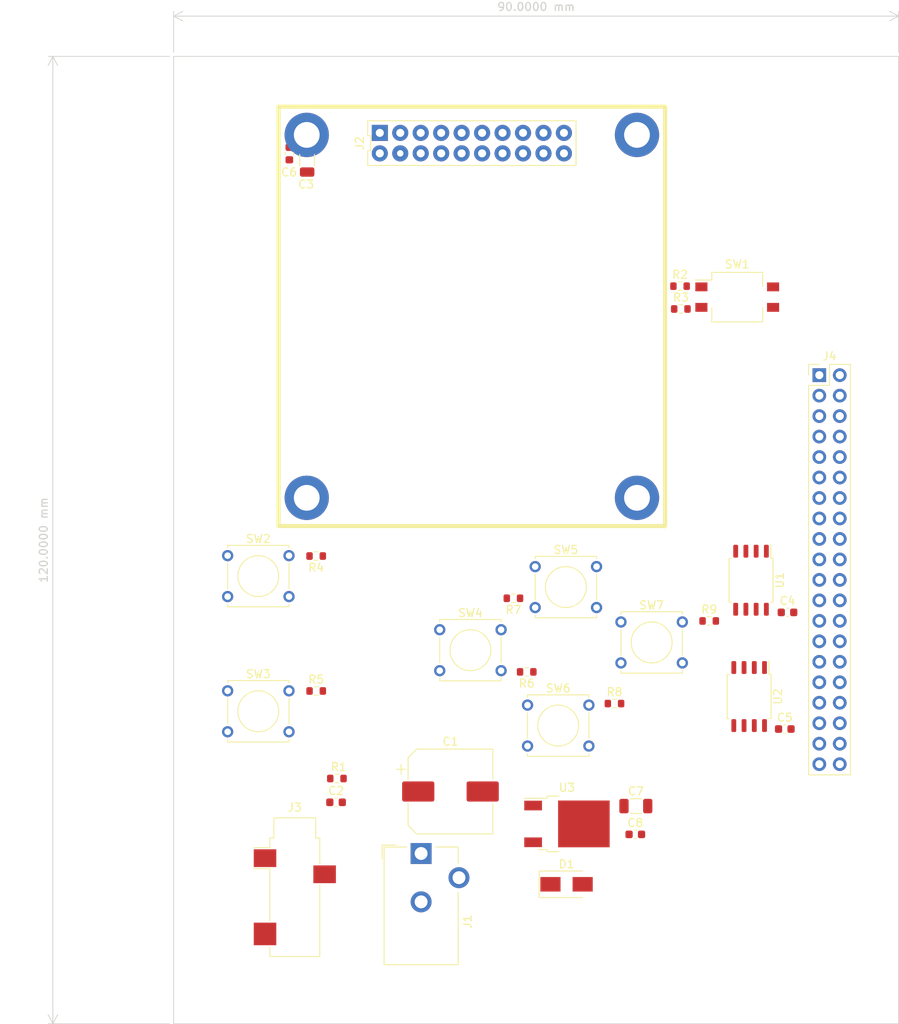
<source format=kicad_pcb>
(kicad_pcb (version 20211014) (generator pcbnew)
  (layers (0 "F.Cu" signal) (31 "B.Cu" signal) (34 "B.Paste" user) (35 "F.Paste" user) (36 "B.SilkS" user "B.Silkscreen") (37 "F.SilkS" user "F.Silkscreen") (38 "B.Mask" user) (39 "F.Mask" user) (44 "Edge.Cuts" user))
  (net 0 "")
  (net 1 "Net-(C1-Pad1)")
  (net 2 "GND")
  (net 3 "Net-(C2-Pad1)")
  (net 4 "+3V3")
  (net 6 "/D{slash}C#")
  (net 7 "/R{slash}W#")
  (net 8 "/E")
  (net 9 "/DB0")
  (net 10 "/DB1")
  (net 11 "/DB2")
  (net 12 "/DB3")
  (net 13 "/DB4")
  (net 14 "/DB5")
  (net 15 "/DB6")
  (net 16 "/DB7")
  (net 17 "/RES#")
  (net 18 "/CS#")
  (net 19 "/BS1")
  (net 20 "/BS2")
  (net 21 "/PWM")
  (net 22 "/PSRAM_CSb")
  (net 23 "/PSRAM_CLK")
  (net 24 "/PSRAM_D0")
  (net 25 "/PSRAM_D1")
  (net 26 "/PSRAM_D2")
  (net 27 "/PSRAM_D3")
  (net 28 "/A_BUTTON")
  (net 29 "/B_BUTTON")
  (net 30 "/LEFT_BUTTON")
  (net 31 "/DOWN_BUTTON")
  (net 32 "/UP_BUTTON")
  (net 33 "/RIGHT_BUTTON")
  (net 34 "/FLASH_CSb")
  (net 35 "/FLASH_CLK")
  (net 36 "/FLASH_D0")
  (net 37 "/FLASH_D1")
  (net 38 "/FLASH_D2")
  (net 39 "/FLASH_D3")
  (footprint "Package_SO:SOIC-8_5.23x5.23mm_P1.27mm" (layer "F.Cu") (at 176.445 109.41 -90)
    (fp_text reference "U2" (at 0 -3.56 90) (layer "F.SilkS"))
    (fp_text value "W25Q32JVSS")
    (fp_line (start 2.725 2.725) (end 2.725 2.465) (layer "F.SilkS") (width 0.12))
    (fp_line (start 2.725 -2.725) (end 2.725 -2.465) (layer "F.SilkS") (width 0.12))
    (fp_line (start 0 2.725) (end -2.725 2.725) (layer "F.SilkS") (width 0.12))
    (fp_line (start -2.725 -2.725) (end -2.725 -2.465) (layer "F.SilkS") (width 0.12))
    (fp_line (start 0 -2.725) (end 2.725 -2.725) (layer "F.SilkS") (width 0.12))
    (fp_line (start -2.725 2.725) (end -2.725 2.465) (layer "F.SilkS") (width 0.12))
    (fp_line (start -2.725 -2.465) (end -4.4 -2.465) (layer "F.SilkS") (width 0.12))
    (fp_line (start 0 -2.725) (end -2.725 -2.725) (layer "F.SilkS") (width 0.12))
    (fp_line (start 0 2.725) (end 2.725 2.725) (layer "F.SilkS") (width 0.12))
    (pad "1" smd roundrect (at -3.6 -1.905 270) (size 1.6 0.6) (layers "F.Cu" "F.Paste" "F.Mask") (net 34 "/FLASH_CSb"))
    (pad "2" smd roundrect (at -3.6 -0.635 270) (size 1.6 0.6) (layers "F.Cu" "F.Paste" "F.Mask") (net 37 "/FLASH_D1"))
    (pad "3" smd roundrect (at -3.6 0.635 270) (size 1.6 0.6) (layers "F.Cu" "F.Paste" "F.Mask") (net 38 "/FLASH_D2"))
    (pad "4" smd roundrect (at -3.6 1.905 270) (size 1.6 0.6) (layers "F.Cu" "F.Paste" "F.Mask") (net 2 "GND"))
    (pad "5" smd roundrect (at 3.6 1.905 270) (size 1.6 0.6) (layers "F.Cu" "F.Paste" "F.Mask") (net 36 "/FLASH_D0"))
    (pad "6" smd roundrect (at 3.6 0.635 270) (size 1.6 0.6) (layers "F.Cu" "F.Paste" "F.Mask") (net 35 "/FLASH_CLK"))
    (pad "7" smd roundrect (at 3.6 -0.635 270) (size 1.6 0.6) (layers "F.Cu" "F.Paste" "F.Mask") (net 39 "/FLASH_D3"))
    (pad "8" smd roundrect (at 3.6 -1.905 270) (size 1.6 0.6) (layers "F.Cu" "F.Paste" "F.Mask") (net 4 "+3V3"))
  )
  (footprint "Button_Switch_THT:SW_Tactile_Straight_KSA0Axx1LFTR" (layer "F.Cu") (at 111.7 91.93)
    (fp_text reference "SW2" (at 3.81 -2.08) (layer "F.SilkS"))
    (fp_text value "SW_MEC_5E")
    (fp_line (start 7.62 0.97) (end 7.62 4.11) (layer "F.SilkS") (width 0.12))
    (fp_line (start 0 -1.27) (end 0 -0.97) (layer "F.SilkS") (width 0.12))
    (fp_line (start 0 -1.27) (end 7.62 -1.27) (layer "F.SilkS") (width 0.12))
    (fp_line (start 7.62 6.05) (end 7.62 6.35) (layer "F.SilkS") (width 0.12))
    (fp_line (start 0 0.97) (end 0 4.11) (layer "F.SilkS") (width 0.12))
    (fp_line (start 7.62 -1.27) (end 7.62 -0.97) (layer "F.SilkS") (width 0.12))
    (fp_line (start 7.62 6.35) (end 0 6.35) (layer "F.SilkS") (width 0.12))
    (fp_line (start 0 6.05) (end 0 6.35) (layer "F.SilkS") (width 0.12))
    (fp_circle (center 3.81 2.54) (end 3.81 0) (layer "F.SilkS") (width 0.12) (fill none))
    (pad "1" thru_hole circle (at 0 0) (size 1.397 1.397) (drill 0.8128) (layers *.Cu *.Mask) (net 28 "/A_BUTTON"))
    (pad "1" thru_hole circle (at 7.62 0) (size 1.397 1.397) (drill 0.8128) (layers *.Cu *.Mask) (net 28 "/A_BUTTON"))
    (pad "2" thru_hole circle (at 7.62 5.08) (size 1.397 1.397) (drill 0.8128) (layers *.Cu *.Mask) (net 28 "/A_BUTTON"))
    (pad "2" thru_hole circle (at 0 5.08) (size 1.397 1.397) (drill 0.8128) (layers *.Cu *.Mask) (net 28 "/A_BUTTON"))
  )
  (footprint "Resistor_SMD:R_0603_1608Metric" (layer "F.Cu") (at 167.965 61.33)
    (fp_text reference "R3" (at 0 -1.43) (layer "F.SilkS"))
    (fp_text value "5k6")
    (fp_line (start -0.237258 0.5225) (end 0.237258 0.5225) (layer "F.SilkS") (width 0.12))
    (fp_line (start -0.237258 -0.5225) (end 0.237258 -0.5225) (layer "F.SilkS") (width 0.12))
    (pad "1" smd roundrect (at -0.825 0) (size 0.8 0.95) (layers "F.Cu" "F.Paste" "F.Mask") (net 2 "GND"))
    (pad "2" smd roundrect (at 0.825 0) (size 0.8 0.95) (layers "F.Cu" "F.Paste" "F.Mask") (net 20 "/BS2"))
  )
  (footprint "Diode_SMD:D_SMA" (layer "F.Cu") (at 153.775 132.7)
    (fp_text reference "D1" (at 0 -2.5) (layer "F.SilkS"))
    (fp_text value "FR1G")
    (fp_line (start -3.4 -1.65) (end -3.4 1.65) (layer "F.SilkS") (width 0.12))
    (fp_line (start -3.4 1.65) (end 2 1.65) (layer "F.SilkS") (width 0.12))
    (fp_line (start -3.4 -1.65) (end 2 -1.65) (layer "F.SilkS") (width 0.12))
    (pad "1" smd rect (at -2 0) (size 2.5 1.8) (layers "F.Cu" "F.Paste" "F.Mask") (net 1 "Net-(C1-Pad1)"))
    (pad "2" smd rect (at 2 0) (size 2.5 1.8) (layers "F.Cu" "F.Paste" "F.Mask") (net 4 "+3V3"))
  )
  (footprint "Button_Switch_SMD:SW_DIP_SPSTx02_Slide_Omron_A6S-210x_W8.9mm_P2.54mm" (layer "F.Cu") (at 174.965 59.86)
    (fp_text reference "SW1" (at 0 -4.07) (layer "F.SilkS"))
    (fp_text value "SW_DIP_x02")
    (fp_line (start -3.16 3.071) (end 3.16 3.071) (layer "F.SilkS") (width 0.12))
    (fp_line (start 3.16 1.331) (end 3.16 3.071) (layer "F.SilkS") (width 0.12))
    (fp_line (start -3.16 -3.07) (end 3.16 -3.07) (layer "F.SilkS") (width 0.12))
    (fp_line (start -3.16 1.331) (end -3.16 3.071) (layer "F.SilkS") (width 0.12))
    (fp_line (start -5.2 -2.121) (end -3.16 -2.121) (layer "F.SilkS") (width 0.12))
    (fp_line (start 3.16 -3.07) (end 3.16 -1.331) (layer "F.SilkS") (width 0.12))
    (fp_line (start -3.16 -3.07) (end -3.16 -2.121) (layer "F.SilkS") (width 0.12))
    (pad "1" smd rect (at -4.45 -1.27) (size 1.5 1.1) (layers "F.Cu" "F.Paste" "F.Mask") (net 19 "/BS1"))
    (pad "2" smd rect (at -4.45 1.27) (size 1.5 1.1) (layers "F.Cu" "F.Paste" "F.Mask") (net 20 "/BS2"))
    (pad "3" smd rect (at 4.45 1.27) (size 1.5 1.1) (layers "F.Cu" "F.Paste" "F.Mask") (net 4 "+3V3"))
    (pad "4" smd rect (at 4.45 -1.27) (size 1.5 1.1) (layers "F.Cu" "F.Paste" "F.Mask") (net 4 "+3V3"))
  )
  (footprint "Connector_Audio:Jack_3.5mm_CUI_SJ-3523-SMT_Horizontal" (layer "F.Cu") (at 120.04 133.06)
    (fp_text reference "J3" (at 0 -9.9) (layer "F.SilkS"))
    (fp_text value "AudioJack3_Ground")
    (fp_line (start 3.1 8.6) (end -3.1 8.6) (layer "F.SilkS") (width 0.12))
    (fp_line (start -3.1 -2.3) (end -5.1 -2.3) (layer "F.SilkS") (width 0.12))
    (fp_line (start -3.1 -6.1) (end -2.6 -6.1) (layer "F.SilkS") (width 0.12))
    (fp_line (start -3.1 -4.9) (end -3.1 -6.1) (layer "F.SilkS") (width 0.12))
    (fp_line (start -2.6 -6.1) (end -2.6 -8.6) (layer "F.SilkS") (width 0.12))
    (fp_line (start 2.6 -6.1) (end 3.1 -6.1) (layer "F.SilkS") (width 0.12))
    (fp_line (start 3.1 -0.3) (end 3.1 8.6) (layer "F.SilkS") (width 0.12))
    (fp_line (start 2.6 -8.6) (end 2.6 -6.1) (layer "F.SilkS") (width 0.12))
    (fp_line (start -3.1 8.6) (end -3.1 7.4) (layer "F.SilkS") (width 0.12))
    (fp_line (start 3.1 -6.1) (end 3.1 -2.9) (layer "F.SilkS") (width 0.12))
    (fp_line (start -3.1 4.2) (end -3.1 -2.3) (layer "F.SilkS") (width 0.12))
    (fp_line (start -3.1 -4.9) (end -5.1 -4.9) (layer "F.SilkS") (width 0.12))
    (fp_line (start -2.6 -8.6) (end 2.6 -8.6) (layer "F.SilkS") (width 0.12))
    (pad "" np_thru_hole circle (at 0 4.5) (size 1.7 1.7) (drill 1.7) (layers *.Cu *.Mask))
    (pad "" np_thru_hole circle (at 0 -2.5) (size 1.7 1.7) (drill 1.7) (layers *.Cu *.Mask))
    (pad "R" smd rect (at 3.7 -1.6) (size 2.8 2.2) (layers "F.Cu" "F.Paste" "F.Mask") (net 3 "Net-(C2-Pad1)"))
    (pad "S" smd rect (at -3.7 -3.6) (size 2.8 2.2) (layers "F.Cu" "F.Paste" "F.Mask") (net 2 "GND"))
    (pad "T" smd rect (at -3.7 5.8) (size 2.8 2.8) (layers "F.Cu" "F.Paste" "F.Mask") (net 3 "Net-(C2-Pad1)"))
  )
  (footprint "Resistor_SMD:R_0603_1608Metric" (layer "F.Cu") (at 122.695 108.72)
    (fp_text reference "R5" (at 0 -1.43) (layer "F.SilkS"))
    (fp_text value "5k6")
    (fp_line (start -0.237258 0.5225) (end 0.237258 0.5225) (layer "F.SilkS") (width 0.12))
    (fp_line (start -0.237258 -0.5225) (end 0.237258 -0.5225) (layer "F.SilkS") (width 0.12))
    (pad "1" smd roundrect (at -0.825 0) (size 0.8 0.95) (layers "F.Cu" "F.Paste" "F.Mask") (net 2 "GND"))
    (pad "2" smd roundrect (at 0.825 0) (size 0.8 0.95) (layers "F.Cu" "F.Paste" "F.Mask") (net 29 "/B_BUTTON"))
  )
  (footprint "Resistor_SMD:R_0603_1608Metric" (layer "F.Cu") (at 159.725 110.28)
    (fp_text reference "R8" (at 0 -1.43) (layer "F.SilkS"))
    (fp_text value "5k6")
    (fp_line (start -0.237258 -0.5225) (end 0.237258 -0.5225) (layer "F.SilkS") (width 0.12))
    (fp_line (start -0.237258 0.5225) (end 0.237258 0.5225) (layer "F.SilkS") (width 0.12))
    (pad "1" smd roundrect (at -0.825 0) (size 0.8 0.95) (layers "F.Cu" "F.Paste" "F.Mask") (net 31 "/DOWN_BUTTON"))
    (pad "2" smd roundrect (at 0.825 0) (size 0.8 0.95) (layers "F.Cu" "F.Paste" "F.Mask") (net 2 "GND"))
  )
  (footprint "Capacitor_SMD:C_0603_1608Metric" (layer "F.Cu") (at 162.31 126.51)
    (fp_text reference "C8" (at 0 -1.43) (layer "F.SilkS"))
    (fp_text value "100nF")
    (fp_line (start -0.14058 -0.51) (end 0.14058 -0.51) (layer "F.SilkS") (width 0.12))
    (fp_line (start -0.14058 0.51) (end 0.14058 0.51) (layer "F.SilkS") (width 0.12))
    (pad "1" smd roundrect (at -0.775 0) (size 0.9 0.95) (layers "F.Cu" "F.Paste" "F.Mask") (net 4 "+3V3"))
    (pad "2" smd roundrect (at 0.775 0) (size 0.9 0.95) (layers "F.Cu" "F.Paste" "F.Mask") (net 2 "GND"))
  )
  (footprint "Button_Switch_THT:SW_Tactile_Straight_KSA0Axx1LFTR" (layer "F.Cu") (at 111.7 108.7)
    (fp_text reference "SW3" (at 3.81 -2.08) (layer "F.SilkS"))
    (fp_text value "SW_MEC_5E")
    (fp_line (start 0 0.97) (end 0 4.11) (layer "F.SilkS") (width 0.12))
    (fp_line (start 0 -1.27) (end 7.62 -1.27) (layer "F.SilkS") (width 0.12))
    (fp_line (start 7.62 6.35) (end 0 6.35) (layer "F.SilkS") (width 0.12))
    (fp_line (start 0 -1.27) (end 0 -0.97) (layer "F.SilkS") (width 0.12))
    (fp_line (start 0 6.05) (end 0 6.35) (layer "F.SilkS") (width 0.12))
    (fp_line (start 7.62 6.05) (end 7.62 6.35) (layer "F.SilkS") (width 0.12))
    (fp_line (start 7.62 -1.27) (end 7.62 -0.97) (layer "F.SilkS") (width 0.12))
    (fp_line (start 7.62 0.97) (end 7.62 4.11) (layer "F.SilkS") (width 0.12))
    (fp_circle (center 3.81 2.54) (end 3.81 0) (layer "F.SilkS") (width 0.12) (fill none))
    (pad "1" thru_hole circle (at 0 0) (size 1.397 1.397) (drill 0.8128) (layers *.Cu *.Mask) (net 29 "/B_BUTTON"))
    (pad "1" thru_hole circle (at 7.62 0) (size 1.397 1.397) (drill 0.8128) (layers *.Cu *.Mask) (net 29 "/B_BUTTON"))
    (pad "2" thru_hole circle (at 7.62 5.08) (size 1.397 1.397) (drill 0.8128) (layers *.Cu *.Mask) (net 29 "/B_BUTTON"))
    (pad "2" thru_hole circle (at 0 5.08) (size 1.397 1.397) (drill 0.8128) (layers *.Cu *.Mask) (net 29 "/B_BUTTON"))
  )
  (footprint "Resistor_SMD:R_0603_1608Metric" (layer "F.Cu") (at 125.265 119.58 180)
    (fp_text reference "R1" (at -0.22 1.44) (layer "F.SilkS"))
    (fp_text value "5k6")
    (fp_line (start -0.237258 0.5225) (end 0.237258 0.5225) (layer "F.SilkS") (width 0.12))
    (fp_line (start -0.237258 -0.5225) (end 0.237258 -0.5225) (layer "F.SilkS") (width 0.12))
    (pad "1" smd roundrect (at -0.825 0 180) (size 0.8 0.95) (layers "F.Cu" "F.Paste" "F.Mask") (net 21 "/PWM"))
    (pad "2" smd roundrect (at 0.825 0 180) (size 0.8 0.95) (layers "F.Cu" "F.Paste" "F.Mask") (net 3 "Net-(C2-Pad1)"))
  )
  (footprint "Connector_BarrelJack:BarrelJack_CUI_PJ-102AH_Horizontal" (layer "F.Cu") (at 135.72 128.88)
    (fp_text reference "J1" (at 5.75 8.45 90) (layer "F.SilkS"))
    (fp_text value "Barrel_Jack")
    (fp_line (start 4.6 4.8) (end 4.6 13.8) (layer "F.SilkS") (width 0.12))
    (fp_line (start -4.84 -1.04) (end -3.1 -1.04) (layer "F.SilkS") (width 0.12))
    (fp_line (start 4.6 13.8) (end -4.6 13.8) (layer "F.SilkS") (width 0.12))
    (fp_line (start -4.6 -0.8) (end -1.8 -0.8) (layer "F.SilkS") (width 0.12))
    (fp_line (start -4.6 13.8) (end -4.6 -0.8) (layer "F.SilkS") (width 0.12))
    (fp_line (start 1.8 -0.8) (end 4.6 -0.8) (layer "F.SilkS") (width 0.12))
    (fp_line (start -4.84 0.7) (end -4.84 -1.04) (layer "F.SilkS") (width 0.12))
    (fp_line (start 4.6 -0.8) (end 4.6 1.2) (layer "F.SilkS") (width 0.12))
    (pad "1" thru_hole rect (at 0 0) (size 2.6 2.6) (drill 1.6) (layers *.Cu *.Mask) (net 1 "Net-(C1-Pad1)"))
    (pad "2" thru_hole circle (at 0 6) (size 2.6 2.6) (drill 1.6) (layers *.Cu *.Mask) (net 2 "GND"))
    (pad "3" thru_hole circle (at 4.7 3) (size 2.6 2.6) (drill 1.6) (layers *.Cu *.Mask))
  )
  (footprint "Capacitor_SMD:C_0603_1608Metric" (layer "F.Cu") (at 181.205 98.97)
    (fp_text reference "C4" (at 0 -1.43) (layer "F.SilkS"))
    (fp_text value "100nF")
    (fp_line (start -0.14058 -0.51) (end 0.14058 -0.51) (layer "F.SilkS") (width 0.12))
    (fp_line (start -0.14058 0.51) (end 0.14058 0.51) (layer "F.SilkS") (width 0.12))
    (pad "1" smd roundrect (at -0.775 0) (size 0.9 0.95) (layers "F.Cu" "F.Paste" "F.Mask") (net 4 "+3V3"))
    (pad "2" smd roundrect (at 0.775 0) (size 0.9 0.95) (layers "F.Cu" "F.Paste" "F.Mask") (net 2 "GND"))
  )
  (footprint "Resistor_SMD:R_0603_1608Metric" (layer "F.Cu") (at 148.83 106.35 180)
    (fp_text reference "R6" (at 0 -1.43) (layer "F.SilkS"))
    (fp_text value "5k6")
    (fp_line (start -0.237258 -0.5225) (end 0.237258 -0.5225) (layer "F.SilkS") (width 0.12))
    (fp_line (start -0.237258 0.5225) (end 0.237258 0.5225) (layer "F.SilkS") (width 0.12))
    (pad "1" smd roundrect (at -0.825 0 180) (size 0.8 0.95) (layers "F.Cu" "F.Paste" "F.Mask") (net 2 "GND"))
    (pad "2" smd roundrect (at 0.825 0 180) (size 0.8 0.95) (layers "F.Cu" "F.Paste" "F.Mask") (net 30 "/LEFT_BUTTON"))
  )
  (footprint "Resistor_SMD:R_0603_1608Metric" (layer "F.Cu") (at 171.485 100.03)
    (fp_text reference "R9" (at 0 -1.43) (layer "F.SilkS"))
    (fp_text value "5k6")
    (fp_line (start -0.237258 0.5225) (end 0.237258 0.5225) (layer "F.SilkS") (width 0.12))
    (fp_line (start -0.237258 -0.5225) (end 0.237258 -0.5225) (layer "F.SilkS") (width 0.12))
    (pad "1" smd roundrect (at -0.825 0) (size 0.8 0.95) (layers "F.Cu" "F.Paste" "F.Mask") (net 2 "GND"))
    (pad "2" smd roundrect (at 0.825 0) (size 0.8 0.95) (layers "F.Cu" "F.Paste" "F.Mask") (net 33 "/RIGHT_BUTTON"))
  )
  (footprint "Capacitor_SMD:C_0603_1608Metric" (layer "F.Cu") (at 180.87 113.44)
    (fp_text reference "C5" (at 0 -1.43) (layer "F.SilkS"))
    (fp_text value "100nF")
    (fp_line (start -0.14058 0.51) (end 0.14058 0.51) (layer "F.SilkS") (width 0.12))
    (fp_line (start -0.14058 -0.51) (end 0.14058 -0.51) (layer "F.SilkS") (width 0.12))
    (pad "1" smd roundrect (at -0.775 0) (size 0.9 0.95) (layers "F.Cu" "F.Paste" "F.Mask") (net 4 "+3V3"))
    (pad "2" smd roundrect (at 0.775 0) (size 0.9 0.95) (layers "F.Cu" "F.Paste" "F.Mask") (net 2 "GND"))
  )
  (footprint "Connector_PinHeader_2.54mm:PinHeader_2x20_P2.54mm_Vertical" (layer "F.Cu") (at 185.155 69.54)
    (fp_text reference "J4" (at 1.27 -2.33) (layer "F.SilkS"))
    (fp_text value "Conn_02x20_Odd_Even")
    (fp_line (start 1.27 1.27) (end 1.27 -1.33) (layer "F.SilkS") (width 0.12))
    (fp_line (start 1.27 -1.33) (end 3.87 -1.33) (layer "F.SilkS") (width 0.12))
    (fp_line (start 3.87 -1.33) (end 3.87 49.59) (layer "F.SilkS") (width 0.12))
    (fp_line (start -1.33 -1.33) (end 0 -1.33) (layer "F.SilkS") (width 0.12))
    (fp_line (start -1.33 1.27) (end 1.27 1.27) (layer "F.SilkS") (width 0.12))
    (fp_line (start -1.33 1.27) (end -1.33 49.59) (layer "F.SilkS") (width 0.12))
    (fp_line (start -1.33 0) (end -1.33 -1.33) (layer "F.SilkS") (width 0.12))
    (fp_line (start -1.33 49.59) (end 3.87 49.59) (layer "F.SilkS") (width 0.12))
    (pad "1" thru_hole rect (at 0 0) (size 1.7 1.7) (drill 1) (layers *.Cu *.Mask) (net 2 "GND"))
    (pad "2" thru_hole oval (at 2.54 0) (size 1.7 1.7) (drill 1) (layers *.Cu *.Mask) (net 2 "GND"))
    (pad "3" thru_hole oval (at 0 2.54) (size 1.7 1.7) (drill 1) (layers *.Cu *.Mask) (net 6 "/D{slash}C#"))
    (pad "4" thru_hole oval (at 2.54 2.54) (size 1.7 1.7) (drill 1) (layers *.Cu *.Mask) (net 7 "/R{slash}W#"))
    (pad "5" thru_hole oval (at 0 5.08) (size 1.7 1.7) (drill 1) (layers *.Cu *.Mask) (net 8 "/E"))
    (pad "6" thru_hole oval (at 2.54 5.08) (size 1.7 1.7) (drill 1) (layers *.Cu *.Mask) (net 21 "/PWM"))
    (pad "7" thru_hole oval (at 0 7.62) (size 1.7 1.7) (drill 1) (layers *.Cu *.Mask) (net 9 "/DB0"))
    (pad "8" thru_hole oval (at 2.54 7.62) (size 1.7 1.7) (drill 1) (layers *.Cu *.Mask) (net 10 "/DB1"))
    (pad "9" thru_hole oval (at 0 10.16) (size 1.7 1.7) (drill 1) (layers *.Cu *.Mask) (net 11 "/DB2"))
    (pad "10" thru_hole oval (at 2.54 10.16) (size 1.7 1.7) (drill 1) (layers *.Cu *.Mask) (net 12 "/DB3"))
    (pad "11" thru_hole oval (at 0 12.7) (size 1.7 1.7) (drill 1) (layers *.Cu *.Mask) (net 13 "/DB4"))
    (pad "12" thru_hole oval (at 2.54 12.7) (size 1.7 1.7) (drill 1) (layers *.Cu *.Mask) (net 14 "/DB5"))
    (pad "13" thru_hole oval (at 0 15.24) (size 1.7 1.7) (drill 1) (layers *.Cu *.Mask) (net 15 "/DB6"))
    (pad "14" thru_hole oval (at 2.54 15.24) (size 1.7 1.7) (drill 1) (layers *.Cu *.Mask) (net 16 "/DB7"))
    (pad "15" thru_hole oval (at 0 17.78) (size 1.7 1.7) (drill 1) (layers *.Cu *.Mask) (net 17 "/RES#"))
    (pad "16" thru_hole oval (at 2.54 17.78) (size 1.7 1.7) (drill 1) (layers *.Cu *.Mask) (net 18 "/CS#"))
    (pad "17" thru_hole oval (at 0 20.32) (size 1.7 1.7) (drill 1) (layers *.Cu *.Mask) (net 19 "/BS1"))
    (pad "18" thru_hole oval (at 2.54 20.32) (size 1.7 1.7) (drill 1) (layers *.Cu *.Mask) (net 20 "/BS2"))
    (pad "19" thru_hole oval (at 0 22.86) (size 1.7 1.7) (drill 1) (layers *.Cu *.Mask) (net 22 "/PSRAM_CSb"))
    (pad "20" thru_hole oval (at 2.54 22.86) (size 1.7 1.7) (drill 1) (layers *.Cu *.Mask) (net 23 "/PSRAM_CLK"))
    (pad "21" thru_hole oval (at 0 25.4) (size 1.7 1.7) (drill 1) (layers *.Cu *.Mask) (net 24 "/PSRAM_D0"))
    (pad "22" thru_hole oval (at 2.54 25.4) (size 1.7 1.7) (drill 1) (layers *.Cu *.Mask) (net 25 "/PSRAM_D1"))
    (pad "23" thru_hole oval (at 0 27.94) (size 1.7 1.7) (drill 1) (layers *.Cu *.Mask) (net 26 "/PSRAM_D2"))
    (pad "24" thru_hole oval (at 2.54 27.94) (size 1.7 1.7) (drill 1) (layers *.Cu *.Mask) (net 27 "/PSRAM_D3"))
    (pad "25" thru_hole oval (at 0 30.48) (size 1.7 1.7) (drill 1) (layers *.Cu *.Mask) (net 28 "/A_BUTTON"))
    (pad "26" thru_hole oval (at 2.54 30.48) (size 1.7 1.7) (drill 1) (layers *.Cu *.Mask) (net 29 "/B_BUTTON"))
    (pad "27" thru_hole oval (at 0 33.02) (size 1.7 1.7) (drill 1) (layers *.Cu *.Mask) (net 30 "/LEFT_BUTTON"))
    (pad "28" thru_hole oval (at 2.54 33.02) (size 1.7 1.7) (drill 1) (layers *.Cu *.Mask) (net 31 "/DOWN_BUTTON"))
    (pad "29" thru_hole oval (at 0 35.56) (size 1.7 1.7) (drill 1) (layers *.Cu *.Mask) (net 32 "/UP_BUTTON"))
    (pad "30" thru_hole oval (at 2.54 35.56) (size 1.7 1.7) (drill 1) (layers *.Cu *.Mask) (net 33 "/RIGHT_BUTTON"))
    (pad "31" thru_hole oval (at 0 38.1) (size 1.7 1.7) (drill 1) (layers *.Cu *.Mask) (net 34 "/FLASH_CSb"))
    (pad "32" thru_hole oval (at 2.54 38.1) (size 1.7 1.7) (drill 1) (layers *.Cu *.Mask) (net 35 "/FLASH_CLK"))
    (pad "33" thru_hole oval (at 0 40.64) (size 1.7 1.7) (drill 1) (layers *.Cu *.Mask) (net 36 "/FLASH_D0"))
    (pad "34" thru_hole oval (at 2.54 40.64) (size 1.7 1.7) (drill 1) (layers *.Cu *.Mask) (net 37 "/FLASH_D1"))
    (pad "35" thru_hole oval (at 0 43.18) (size 1.7 1.7) (drill 1) (layers *.Cu *.Mask) (net 38 "/FLASH_D2"))
    (pad "36" thru_hole oval (at 2.54 43.18) (size 1.7 1.7) (drill 1) (layers *.Cu *.Mask) (net 39 "/FLASH_D3"))
    (pad "37" thru_hole oval (at 0 45.72) (size 1.7 1.7) (drill 1) (layers *.Cu *.Mask) (net 2 "GND"))
    (pad "38" thru_hole oval (at 2.54 45.72) (size 1.7 1.7) (drill 1) (layers *.Cu *.Mask) (net 2 "GND"))
    (pad "39" thru_hole oval (at 0 48.26) (size 1.7 1.7) (drill 1) (layers *.Cu *.Mask) (net 2 "GND"))
    (pad "40" thru_hole oval (at 2.54 48.26) (size 1.7 1.7) (drill 1) (layers *.Cu *.Mask) (net 2 "GND"))
  )
  (footprint "Resistor_SMD:R_0603_1608Metric" (layer "F.Cu") (at 167.865 58.5)
    (fp_text reference "R2" (at 0 -1.43) (layer "F.SilkS"))
    (fp_text value "5k6")
    (fp_line (start -0.237258 0.5225) (end 0.237258 0.5225) (layer "F.SilkS") (width 0.12))
    (fp_line (start -0.237258 -0.5225) (end 0.237258 -0.5225) (layer "F.SilkS") (width 0.12))
    (pad "1" smd roundrect (at -0.825 0) (size 0.8 0.95) (layers "F.Cu" "F.Paste" "F.Mask") (net 2 "GND"))
    (pad "2" smd roundrect (at 0.825 0) (size 0.8 0.95) (layers "F.Cu" "F.Paste" "F.Mask") (net 19 "/BS1"))
  )
  (footprint "Capacitor_SMD:C_1206_3216Metric" (layer "F.Cu") (at 162.38 123)
    (fp_text reference "C7" (at 0 -1.85) (layer "F.SilkS"))
    (fp_text value "10uF")
    (fp_line (start -0.711252 -0.91) (end 0.711252 -0.91) (layer "F.SilkS") (width 0.12))
    (fp_line (start -0.711252 0.91) (end 0.711252 0.91) (layer "F.SilkS") (width 0.12))
    (pad "1" smd roundrect (at -1.475 0) (size 1.15 1.8) (layers "F.Cu" "F.Paste" "F.Mask") (roundrect_rratio 0.217391) (net 4 "+3V3"))
    (pad "2" smd roundrect (at 1.475 0) (size 1.15 1.8) (layers "F.Cu" "F.Paste" "F.Mask") (roundrect_rratio 0.217391) (net 2 "GND"))
  )
  (footprint "Resistor_SMD:R_0603_1608Metric" (layer "F.Cu") (at 122.69 91.98 180)
    (fp_text reference "R4" (at 0 -1.43) (layer "F.SilkS"))
    (fp_text value "5k6")
    (fp_line (start -0.237258 -0.5225) (end 0.237258 -0.5225) (layer "F.SilkS") (width 0.12))
    (fp_line (start -0.237258 0.5225) (end 0.237258 0.5225) (layer "F.SilkS") (width 0.12))
    (pad "1" smd roundrect (at -0.825 0 180) (size 0.8 0.95) (layers "F.Cu" "F.Paste" "F.Mask") (net 2 "GND"))
    (pad "2" smd roundrect (at 0.825 0 180) (size 0.8 0.95) (layers "F.Cu" "F.Paste" "F.Mask") (net 28 "/A_BUTTON"))
  )
  (footprint "Package_TO_SOT_SMD:TO-252-2" (layer "F.Cu") (at 153.825 125.21)
    (fp_text reference "U3" (at 0 -4.5) (layer "F.SilkS"))
    (fp_text value "NCP1117-3.3_TO252")
    (fp_line (start -2.47 -3.18) (end -5.3 -3.18) (layer "F.SilkS") (width 0.12))
    (fp_line (start -0.97 3.45) (end -2.47 3.45) (layer "F.SilkS") (width 0.12))
    (fp_line (start -2.47 -3.45) (end -2.47 -3.18) (layer "F.SilkS") (width 0.12))
    (fp_line (start -0.97 -3.45) (end -2.47 -3.45) (layer "F.SilkS") (width 0.12))
    (fp_line (start -2.47 3.45) (end -2.47 3.18) (layer "F.SilkS") (width 0.12))
    (fp_line (start -2.47 3.18) (end -3.57 3.18) (layer "F.SilkS") (width 0.12))
    (pad "1" smd rect (at -4.2 -2.28) (size 2.2 1.2) (layers "F.Cu" "F.Paste" "F.Mask") (net 2 "GND"))
    (pad "2" smd rect (at 2.1 0) (size 6.4 5.8) (layers "F.Cu" "F.Mask") (net 4 "+3V3"))
    (pad "3" smd rect (at -4.2 2.28) (size 2.2 1.2) (layers "F.Cu" "F.Paste" "F.Mask") (net 1 "Net-(C1-Pad1)"))
  )
  (footprint "Package_SO:SOIC-8_5.23x5.23mm_P1.27mm" (layer "F.Cu") (at 176.675 94.98 -90)
    (fp_text reference "U1" (at 0 -3.56 90) (layer "F.SilkS"))
    (fp_text value "IS66WVS1M8BLL-104NLI")
    (fp_line (start 0 -2.725) (end 2.725 -2.725) (layer "F.SilkS") (width 0.12))
    (fp_line (start 2.725 -2.725) (end 2.725 -2.465) (layer "F.SilkS") (width 0.12))
    (fp_line (start -2.725 2.725) (end -2.725 2.465) (layer "F.SilkS") (width 0.12))
    (fp_line (start -2.725 -2.725) (end -2.725 -2.465) (layer "F.SilkS") (width 0.12))
    (fp_line (start 0 2.725) (end -2.725 2.725) (layer "F.SilkS") (width 0.12))
    (fp_line (start 0 2.725) (end 2.725 2.725) (layer "F.SilkS") (width 0.12))
    (fp_line (start 2.725 2.725) (end 2.725 2.465) (layer "F.SilkS") (width 0.12))
    (fp_line (start -2.725 -2.465) (end -4.4 -2.465) (layer "F.SilkS") (width 0.12))
    (fp_line (start 0 -2.725) (end -2.725 -2.725) (layer "F.SilkS") (width 0.12))
    (pad "1" smd roundrect (at -3.6 -1.905 270) (size 1.6 0.6) (layers "F.Cu" "F.Paste" "F.Mask") (net 22 "/PSRAM_CSb"))
    (pad "2" smd roundrect (at -3.6 -0.635 270) (size 1.6 0.6) (layers "F.Cu" "F.Paste" "F.Mask") (net 25 "/PSRAM_D1"))
    (pad "3" smd roundrect (at -3.6 0.635 270) (size 1.6 0.6) (layers "F.Cu" "F.Paste" "F.Mask") (net 26 "/PSRAM_D2"))
    (pad "4" smd roundrect (at -3.6 1.905 270) (size 1.6 0.6) (layers "F.Cu" "F.Paste" "F.Mask") (net 2 "GND"))
    (pad "5" smd roundrect (at 3.6 1.905 270) (size 1.6 0.6) (layers "F.Cu" "F.Paste" "F.Mask") (net 24 "/PSRAM_D0"))
    (pad "6" smd roundrect (at 3.6 0.635 270) (size 1.6 0.6) (layers "F.Cu" "F.Paste" "F.Mask") (net 23 "/PSRAM_CLK"))
    (pad "7" smd roundrect (at 3.6 -0.635 270) (size 1.6 0.6) (layers "F.Cu" "F.Paste" "F.Mask") (net 27 "/PSRAM_D3"))
    (pad "8" smd roundrect (at 3.6 -1.905 270) (size 1.6 0.6) (layers "F.Cu" "F.Paste" "F.Mask") (net 4 "+3V3"))
  )
  (footprint "Capacitor_SMD:CP_Elec_10x10" (layer "F.Cu") (at 139.3625 121.19)
    (fp_text reference "C1" (at 0 -6.2) (layer "F.SilkS"))
    (fp_text value "100uF")
    (fp_line (start -5.26 4.195563) (end -5.26 1.51) (layer "F.SilkS") (width 0.12))
    (fp_line (start -6.75 -2.76) (end -5.5 -2.76) (layer "F.SilkS") (width 0.12))
    (fp_line (start -5.26 -4.195563) (end -5.26 -1.51) (layer "F.SilkS") (width 0.12))
    (fp_line (start 5.26 -5.26) (end 5.26 -1.51) (layer "F.SilkS") (width 0.12))
    (fp_line (start -4.195563 5.26) (end 5.26 5.26) (layer "F.SilkS") (width 0.12))
    (fp_line (start 5.26 5.26) (end 5.26 1.51) (layer "F.SilkS") (width 0.12))
    (fp_line (start -6.125 -3.385) (end -6.125 -2.135) (layer "F.SilkS") (width 0.12))
    (fp_line (start -5.26 4.195563) (end -4.195563 5.26) (layer "F.SilkS") (width 0.12))
    (fp_line (start -4.195563 -5.26) (end 5.26 -5.26) (layer "F.SilkS") (width 0.12))
    (fp_line (start -5.26 -4.195563) (end -4.195563 -5.26) (layer "F.SilkS") (width 0.12))
    (pad "1" smd roundrect (at -4 0) (size 4 2.5) (layers "F.Cu" "F.Paste" "F.Mask") (roundrect_rratio 0.1) (net 1 "Net-(C1-Pad1)"))
    (pad "2" smd roundrect (at 4 0) (size 4 2.5) (layers "F.Cu" "F.Paste" "F.Mask") (roundrect_rratio 0.1) (net 2 "GND"))
  )
  (footprint "Resistor_SMD:R_0603_1608Metric" (layer "F.Cu") (at 147.18 97.22 180)
    (fp_text reference "R7" (at 0 -1.43) (layer "F.SilkS"))
    (fp_text value "5k6")
    (fp_line (start -0.237258 0.5225) (end 0.237258 0.5225) (layer "F.SilkS") (width 0.12))
    (fp_line (start -0.237258 -0.5225) (end 0.237258 -0.5225) (layer "F.SilkS") (width 0.12))
    (pad "1" smd roundrect (at -0.825 0 180) (size 0.8 0.95) (layers "F.Cu" "F.Paste" "F.Mask") (net 2 "GND"))
    (pad "2" smd roundrect (at 0.825 0 180) (size 0.8 0.95) (layers "F.Cu" "F.Paste" "F.Mask") (net 32 "/UP_BUTTON"))
  )
  (footprint "Capacitor_SMD:C_0603_1608Metric" (layer "F.Cu") (at 119.36 42.05 -90)
    (fp_text reference "C6" (at 2.32 0.03) (layer "F.SilkS"))
    (fp_text value "100nF")
    (fp_line (start -0.14058 -0.51) (end 0.14058 -0.51) (layer "F.SilkS") (width 0.12))
    (fp_line (start -0.14058 0.51) (end 0.14058 0.51) (layer "F.SilkS") (width 0.12))
    (pad "1" smd roundrect (at -0.775 0 270) (size 0.9 0.95) (layers "F.Cu" "F.Paste" "F.Mask") (net 4 "+3V3"))
    (pad "2" smd roundrect (at 0.775 0 270) (size 0.9 0.95) (layers "F.Cu" "F.Paste" "F.Mask") (net 2 "GND"))
  )
  (footprint "Button_Switch_THT:SW_Tactile_Straight_KSA0Axx1LFTR" (layer "F.Cu") (at 148.93 110.47)
    (fp_text reference "SW6" (at 3.81 -2.08) (layer "F.SilkS"))
    (fp_text value "SW_MEC_5E")
    (fp_line (start 0 -1.27) (end 0 -0.97) (layer "F.SilkS") (width 0.12))
    (fp_line (start 0 -1.27) (end 7.62 -1.27) (layer "F.SilkS") (width 0.12))
    (fp_line (start 7.62 6.35) (end 0 6.35) (layer "F.SilkS") (width 0.12))
    (fp_line (start 7.62 -1.27) (end 7.62 -0.97) (layer "F.SilkS") (width 0.12))
    (fp_line (start 0 6.05) (end 0 6.35) (layer "F.SilkS") (width 0.12))
    (fp_line (start 7.62 0.97) (end 7.62 4.11) (layer "F.SilkS") (width 0.12))
    (fp_line (start 7.62 6.05) (end 7.62 6.35) (layer "F.SilkS") (width 0.12))
    (fp_line (start 0 0.97) (end 0 4.11) (layer "F.SilkS") (width 0.12))
    (fp_circle (center 3.81 2.54) (end 3.81 0) (layer "F.SilkS") (width 0.12) (fill none))
    (pad "1" thru_hole circle (at 7.62 0) (size 1.397 1.397) (drill 0.8128) (layers *.Cu *.Mask) (net 31 "/DOWN_BUTTON"))
    (pad "1" thru_hole circle (at 0 0) (size 1.397 1.397) (drill 0.8128) (layers *.Cu *.Mask) (net 31 "/DOWN_BUTTON"))
    (pad "2" thru_hole circle (at 7.62 5.08) (size 1.397 1.397) (drill 0.8128) (layers *.Cu *.Mask) (net 31 "/DOWN_BUTTON"))
    (pad "2" thru_hole circle (at 0 5.08) (size 1.397 1.397) (drill 0.8128) (layers *.Cu *.Mask) (net 31 "/DOWN_BUTTON"))
  )
  (footprint "Button_Switch_THT:SW_Tactile_Straight_KSA0Axx1LFTR" (layer "F.Cu") (at 149.88 93.29)
    (fp_text reference "SW5" (at 3.81 -2.08) (layer "F.SilkS"))
    (fp_text value "SW_MEC_5E")
    (fp_line (start 7.62 6.05) (end 7.62 6.35) (layer "F.SilkS") (width 0.12))
    (fp_line (start 7.62 -1.27) (end 7.62 -0.97) (layer "F.SilkS") (width 0.12))
    (fp_line (start 0 0.97) (end 0 4.11) (layer "F.SilkS") (width 0.12))
    (fp_line (start 0 6.05) (end 0 6.35) (layer "F.SilkS") (width 0.12))
    (fp_line (start 7.62 0.97) (end 7.62 4.11) (layer "F.SilkS") (width 0.12))
    (fp_line (start 7.62 6.35) (end 0 6.35) (layer "F.SilkS") (width 0.12))
    (fp_line (start 0 -1.27) (end 0 -0.97) (layer "F.SilkS") (width 0.12))
    (fp_line (start 0 -1.27) (end 7.62 -1.27) (layer "F.SilkS") (width 0.12))
    (fp_circle (center 3.81 2.54) (end 3.81 0) (layer "F.SilkS") (width 0.12) (fill none))
    (pad "1" thru_hole circle (at 7.62 0) (size 1.397 1.397) (drill 0.8128) (layers *.Cu *.Mask) (net 32 "/UP_BUTTON"))
    (pad "1" thru_hole circle (at 0 0) (size 1.397 1.397) (drill 0.8128) (layers *.Cu *.Mask) (net 32 "/UP_BUTTON"))
    (pad "2" thru_hole circle (at 0 5.08) (size 1.397 1.397) (drill 0.8128) (layers *.Cu *.Mask) (net 32 "/UP_BUTTON"))
    (pad "2" thru_hole circle (at 7.62 5.08) (size 1.397 1.397) (drill 0.8128) (layers *.Cu *.Mask) (net 32 "/UP_BUTTON"))
  )
  (footprint "Button_Switch_THT:SW_Tactile_Straight_KSA0Axx1LFTR" (layer "F.Cu") (at 138.03 101.12)
    (fp_text reference "SW4" (at 3.81 -2.08) (layer "F.SilkS"))
    (fp_text value "SW_MEC_5E")
    (fp_line (start 0 -1.27) (end 0 -0.97) (layer "F.SilkS") (width 0.12))
    (fp_line (start 7.62 -1.27) (end 7.62 -0.97) (layer "F.SilkS") (width 0.12))
    (fp_line (start 0 6.05) (end 0 6.35) (layer "F.SilkS") (width 0.12))
    (fp_line (start 0 0.97) (end 0 4.11) (layer "F.SilkS") (width 0.12))
    (fp_line (start 7.62 6.35) (end 0 6.35) (layer "F.SilkS") (width 0.12))
    (fp_line (start 7.62 0.97) (end 7.62 4.11) (layer "F.SilkS") (width 0.12))
    (fp_line (start 7.62 6.05) (end 7.62 6.35) (layer "F.SilkS") (width 0.12))
    (fp_line (start 0 -1.27) (end 7.62 -1.27) (layer "F.SilkS") (width 0.12))
    (fp_circle (center 3.81 2.54) (end 3.81 0) (layer "F.SilkS") (width 0.12) (fill none))
    (pad "1" thru_hole circle (at 0 0) (size 1.397 1.397) (drill 0.8128) (layers *.Cu *.Mask) (net 30 "/LEFT_BUTTON"))
    (pad "1" thru_hole circle (at 7.62 0) (size 1.397 1.397) (drill 0.8128) (layers *.Cu *.Mask) (net 30 "/LEFT_BUTTON"))
    (pad "2" thru_hole circle (at 7.62 5.08) (size 1.397 1.397) (drill 0.8128) (layers *.Cu *.Mask) (net 30 "/LEFT_BUTTON"))
    (pad "2" thru_hole circle (at 0 5.08) (size 1.397 1.397) (drill 0.8128) (layers *.Cu *.Mask) (net 30 "/LEFT_BUTTON"))
  )
  (footprint "Capacitor_SMD:C_0603_1608Metric" (layer "F.Cu") (at 125.16 122.53)
    (fp_text reference "C2" (at 0 -1.43) (layer "F.SilkS"))
    (fp_text value "1nF")
    (fp_line (start -0.14058 0.51) (end 0.14058 0.51) (layer "F.SilkS") (width 0.12))
    (fp_line (start -0.14058 -0.51) (end 0.14058 -0.51) (layer "F.SilkS") (width 0.12))
    (pad "1" smd roundrect (at -0.775 0) (size 0.9 0.95) (layers "F.Cu" "F.Paste" "F.Mask") (net 3 "Net-(C2-Pad1)"))
    (pad "2" smd roundrect (at 0.775 0) (size 0.9 0.95) (layers "F.Cu" "F.Paste" "F.Mask") (net 2 "GND"))
  )
  (footprint "Button_Switch_THT:SW_Tactile_Straight_KSA0Axx1LFTR" (layer "F.Cu") (at 160.53 100.16)
    (fp_text reference "SW7" (at 3.81 -2.08) (layer "F.SilkS"))
    (fp_text value "SW_MEC_5E")
    (fp_line (start 0 0.97) (end 0 4.11) (layer "F.SilkS") (width 0.12))
    (fp_line (start 0 6.05) (end 0 6.35) (layer "F.SilkS") (width 0.12))
    (fp_line (start 0 -1.27) (end 7.62 -1.27) (layer "F.SilkS") (width 0.12))
    (fp_line (start 7.62 -1.27) (end 7.62 -0.97) (layer "F.SilkS") (width 0.12))
    (fp_line (start 7.62 6.35) (end 0 6.35) (layer "F.SilkS") (width 0.12))
    (fp_line (start 7.62 6.05) (end 7.62 6.35) (layer "F.SilkS") (width 0.12))
    (fp_line (start 0 -1.27) (end 0 -0.97) (layer "F.SilkS") (width 0.12))
    (fp_line (start 7.62 0.97) (end 7.62 4.11) (layer "F.SilkS") (width 0.12))
    (fp_circle (center 3.81 2.54) (end 3.81 0) (layer "F.SilkS") (width 0.12) (fill none))
    (pad "1" thru_hole circle (at 7.62 0) (size 1.397 1.397) (drill 0.8128) (layers *.Cu *.Mask) (net 33 "/RIGHT_BUTTON"))
    (pad "1" thru_hole circle (at 0 0) (size 1.397 1.397) (drill 0.8128) (layers *.Cu *.Mask) (net 33 "/RIGHT_BUTTON"))
    (pad "2" thru_hole circle (at 7.62 5.08) (size 1.397 1.397) (drill 0.8128) (layers *.Cu *.Mask) (net 33 "/RIGHT_BUTTON"))
    (pad "2" thru_hole circle (at 0 5.08) (size 1.397 1.397) (drill 0.8128) (layers *.Cu *.Mask) (net 33 "/RIGHT_BUTTON"))
  )
  (footprint "Capacitor_SMD:C_1206_3216Metric" (layer "F.Cu") (at 121.57 42.87 -90)
    (fp_text reference "C3" (at 3 0.13 180) (layer "F.SilkS"))
    (fp_text value "10uF")
    (fp_line (start -0.711252 -0.91) (end 0.711252 -0.91) (layer "F.SilkS") (width 0.12))
    (fp_line (start -0.711252 0.91) (end 0.711252 0.91) (layer "F.SilkS") (width 0.12))
    (pad "1" smd roundrect (at -1.475 0 270) (size 1.15 1.8) (layers "F.Cu" "F.Paste" "F.Mask") (roundrect_rratio 0.217391) (net 4 "+3V3"))
    (pad "2" smd roundrect (at 1.475 0 270) (size 1.15 1.8) (layers "F.Cu" "F.Paste" "F.Mask") (roundrect_rratio 0.217391) (net 2 "GND"))
  )
  (footprint "OLED:NHD-1.8-160128UBC3" (layer "F.Cu") (at 142.02 40.757)
    (fp_text reference "J2" (at -13.93 0 90) (layer "F.SilkS"))
    (fp_text value "Conn_02x10_Odd_Even")
    (fp_line (start -12.93 -0.923333) (end -12.57 -0.923333) (layer "F.SilkS") (width 0.12))
    (fp_line (start -24 -4.52) (end 24 -4.52) (layer "F.SilkS") (width 0.508))
    (fp_line (start -12.93 0.923333) (end -12.93 2.769999) (layer "F.SilkS") (width 0.12))
    (fp_line (start -12.57 0.923333) (end -12.93 0.923333) (layer "F.SilkS") (width 0.12))
    (fp_line (start -12.93 -2.77) (end -12.93 -0.923333) (layer "F.SilkS") (width 0.12))
    (fp_line (start 23.99 -4.47) (end 23.99 47.53) (layer "F.SilkS") (width 0.5))
    (fp_line (start -24 47.5) (end 24 47.5) (layer "F.SilkS") (width 0.508))
    (fp_line (start 12.93 -2.769999) (end -12.93 -2.77) (layer "F.SilkS") (width 0.12))
    (fp_line (start -12.57 -0.923333) (end -12.57 0.923333) (layer "F.SilkS") (width 0.12))
    (fp_line (start -24 -4.52) (end -24 47.48) (layer "F.SilkS") (width 0.5))
    (fp_line (start -12.93 2.769999) (end 12.93 2.77) (layer "F.SilkS") (width 0.12))
    (fp_line (start 12.93 2.77) (end 12.93 -2.769999) (layer "F.SilkS") (width 0.12))
    (pad "0" thru_hole circle (at 20.5 -1.02) (size 5.5 5.5) (drill 3.2) (layers *.Cu *.Mask))
    (pad "0" thru_hole circle (at -20.5 -1.02) (size 5.5 5.5) (drill 3.2) (layers *.Cu *.Mask))
    (pad "0" thru_hole circle (at 20.5 44) (size 5.5 5.5) (drill 3.2) (layers *.Cu *.Mask))
    (pad "0" thru_hole circle (at -20.5 44) (size 5.5 5.5) (drill 3.2) (layers *.Cu *.Mask))
    (pad "1" thru_hole rect (at -11.43 -1.27) (size 2 2) (drill 1) (layers *.Cu *.Mask) (net 2 "GND"))
    (pad "2" thru_hole circle (at -11.43 1.27) (size 2 2) (drill 1) (layers *.Cu *.Mask) (net 4 "+3V3"))
    (pad "3" thru_hole circle (at -8.89 -1.27) (size 2 2) (drill 1) (layers *.Cu *.Mask))
    (pad "4" thru_hole circle (at -8.89 1.27) (size 2 2) (drill 0.8) (layers *.Cu *.Mask) (net 6 "/D{slash}C#"))
    (pad "5" thru_hole circle (at -6.35 -1.27) (size 2 2) (drill 1) (layers *.Cu *.Mask) (net 7 "/R{slash}W#"))
    (pad "6" thru_hole circle (at -6.35 1.27) (size 2 2) (drill 1) (layers *.Cu *.Mask) (net 8 "/E"))
    (pad "7" thru_hole circle (at -3.81 -1.27) (size 2 2) (drill 1) (layers *.Cu *.Mask) (net 9 "/DB0"))
    (pad "8" thru_hole circle (at -3.81 1.27) (size 2 2) (drill 1) (layers *.Cu *.Mask) (net 10 "/DB1"))
    (pad "9" thru_hole circle (at -1.27 -1.27) (size 2 2) (drill 1) (layers *.Cu *.Mask) (net 11 "/DB2"))
    (pad "10" thru_hole circle (at -1.27 1.27) (size 2 2) (drill 1) (layers *.Cu *.Mask) (net 12 "/DB3"))
    (pad "11" thru_hole circle (at 1.27 -1.27) (size 2 2) (drill 1) (layers *.Cu *.Mask) (net 13 "/DB4"))
    (pad "12" thru_hole circle (at 1.27 1.27) (size 2 2) (drill 1) (layers *.Cu *.Mask) (net 14 "/DB5"))
    (pad "13" thru_hole circle (at 3.81 -1.27) (size 2 2) (drill 1) (layers *.Cu *.Mask) (net 15 "/DB6"))
    (pad "14" thru_hole circle (at 3.81 1.27) (size 2 2) (drill 1) (layers *.Cu *.Mask) (net 16 "/DB7"))
    (pad "15" thru_hole circle (at 6.35 -1.27) (size 2 2) (drill 1) (layers *.Cu *.Mask) (net 2 "GND"))
    (pad "16" thru_hole circle (at 6.35 1.27) (size 2 2) (drill 1) (layers *.Cu *.Mask) (net 17 "/RES#"))
    (pad "17" thru_hole circle (at 8.89 -1.27) (size 2 2) (drill 1) (layers *.Cu *.Mask) (net 18 "/CS#"))
    (pad "18" thru_hole circle (at 8.89 1.27) (size 2 2) (drill 1) (layers *.Cu *.Mask) (net 2 "GND"))
    (pad "19" thru_hole circle (at 11.43 -1.27) (size 2 2) (drill 1) (layers *.Cu *.Mask) (net 19 "/BS1"))
    (pad "20" thru_hole circle (at 11.43 1.27) (size 2 2) (drill 1) (layers *.Cu *.Mask) (net 20 "/BS2"))
  )
  (gr_line (start 195 150) (end 105 150) (layer "Edge.Cuts") (width 0.1))
  (gr_line (start 195 30) (end 195 150) (layer "Edge.Cuts") (width 0.1))
  (gr_line (start 105 30) (end 195 30) (layer "Edge.Cuts") (width 0.1))
  (gr_line (start 105 150) (end 105 30) (layer "Edge.Cuts") (width 0.1))
  (dimension (type orthogonal) (layer "Edge.Cuts") (pts (xy 105 30) (xy 105 150)) (height -15) (orientation 1) (gr_text "120.0000 mm" (at 88.85 90 90) (layer "Edge.Cuts") (effects (font (size 1 1) (thickness 0.15)))) (format (units 3) (units_format 1) (precision 4)) (style (thickness 0.1) (arrow_length 1.27) (text_position_mode 0) (extension_height 0.58642) (extension_offset 0.5) keep_text_aligned))
  (dimension (type orthogonal) (layer "Edge.Cuts") (pts (xy 105 30) (xy 195 30)) (height -5) (orientation 0) (gr_text "90.0000 mm" (at 150 23.85) (layer "Edge.Cuts") (effects (font (size 1 1) (thickness 0.15)))) (format (units 3) (units_format 1) (precision 4)) (style (thickness 0.1) (arrow_length 1.27) (text_position_mode 0) (extension_height 0.58642) (extension_offset 0.5) keep_text_aligned))
)
</source>
